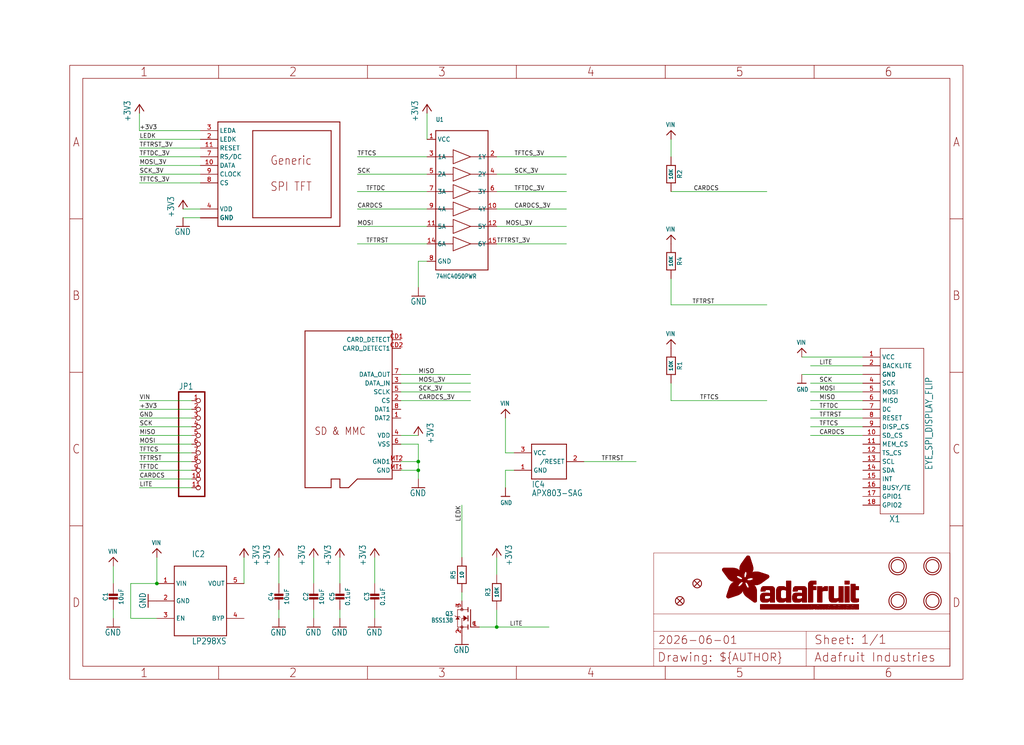
<source format=kicad_sch>
(kicad_sch (version 20230121) (generator eeschema)
  (paper "User" 298.45 217.322)
  (lib_symbols
    (symbol "working-eagle-import:+3V3" (power)
      (property "Value" "+3V3" (at -2.54 -5.08 90))
      (symbol "+3V3_1_0"
        (pin power_in line (at 0 -2.54 90) (length 2.54) (name "+3V3") (number "1"))
      )
    )
    (symbol "working-eagle-import:74HC4050DTSSOP"
      (property "Reference" "U" (at -7.62 22.86 0))
      (symbol "74HC4050DTSSOP_1_0"
        (pin bidirectional line (at -10.16 17.78 0) (length 2.54) (name "VCC") (number "1"))
        (pin bidirectional line (at 10.16 -2.54 180) (length 2.54) (name "4Y") (number "10"))
        (pin bidirectional line (at -10.16 -7.62 0) (length 2.54) (name "5A") (number "11"))
        (pin bidirectional line (at 10.16 -7.62 180) (length 2.54) (name "5Y") (number "12"))
        (pin bidirectional line (at -10.16 -12.7 0) (length 2.54) (name "6A") (number "14"))
        (pin bidirectional line (at 10.16 -12.7 180) (length 2.54) (name "6Y") (number "15"))
        (pin bidirectional line (at 10.16 12.7 180) (length 2.54) (name "1Y") (number "2"))
        (pin bidirectional line (at -10.16 12.7 0) (length 2.54) (name "1A") (number "3"))
        (pin bidirectional line (at 10.16 7.62 180) (length 2.54) (name "2Y") (number "4"))
        (pin bidirectional line (at -10.16 7.62 0) (length 2.54) (name "2A") (number "5"))
        (pin bidirectional line (at 10.16 2.54 180) (length 2.54) (name "3Y") (number "6"))
        (pin bidirectional line (at -10.16 2.54 0) (length 2.54) (name "3A") (number "7"))
        (pin bidirectional line (at -10.16 -17.78 0) (length 2.54) (name "GND") (number "8"))
        (pin bidirectional line (at -10.16 -2.54 0) (length 2.54) (name "4A") (number "9"))
      )
    )
    (symbol "working-eagle-import:AXP083-SAG"
      (property "Reference" "IC" (at -5.08 -7.62 0))
      (symbol "AXP083-SAG_1_0"
        (pin power_in line (at -10.16 -2.54 0) (length 5.08) (name "GND") (number "1"))
        (pin output line (at 10.16 0 180) (length 5.08) (name "/RESET") (number "2"))
        (pin power_in line (at -10.16 2.54 0) (length 5.08) (name "VCC") (number "3"))
      )
    )
    (symbol "working-eagle-import:CAP_CERAMIC0603_NO"
      (property "Reference" "C" (at -2.29 1.25 90))
      (symbol "CAP_CERAMIC0603_NO_1_0"
        (pin passive line (at 0 5.08 270) (length 2.54) (name "1") (number "1"))
        (pin passive line (at 0 -2.54 90) (length 2.54) (name "2") (number "2"))
      )
    )
    (symbol "working-eagle-import:CAP_CERAMIC0805-NOOUTLINE"
      (property "Reference" "C" (at -2.29 1.25 90))
      (symbol "CAP_CERAMIC0805-NOOUTLINE_1_0"
        (pin passive line (at 0 5.08 270) (length 2.54) (name "1") (number "1"))
        (pin passive line (at 0 -2.54 90) (length 2.54) (name "2") (number "2"))
      )
    )
    (symbol "working-eagle-import:DISP_LCD_GENERIC_SPI_1.47IN_172X320_12P_WRAPUNDER"
      (symbol "DISP_LCD_GENERIC_SPI_1.47IN_172X320_12P_WRAPUNDER_1_0"
        (text "Generic" (at -5.08 2.54 0) (effects (font (size 2.54 2.159)) (justify left bottom)))
        (text "SPI TFT" (at -5.08 -5.08 0) (effects (font (size 2.54 2.159)) (justify left bottom)))
        (pin power_in line (at -25.4 -12.7 0) (length 5.08) (name "GND") (number "1"))
        (pin bidirectional line (at -25.4 2.54 0) (length 5.08) (name "DATA") (number "10"))
        (pin input line (at -25.4 7.62 0) (length 5.08) (name "RESET") (number "11"))
        (pin power_in line (at -25.4 -12.7 0) (length 5.08) (name "GND") (number "12"))
        (pin input line (at -25.4 10.16 0) (length 5.08) (name "LEDK") (number "2"))
        (pin input line (at -25.4 12.7 0) (length 5.08) (name "LEDA") (number "3"))
        (pin power_in line (at -25.4 -10.16 0) (length 5.08) (name "VDD") (number "4"))
        (pin power_in line (at -25.4 -12.7 0) (length 5.08) (name "GND") (number "5"))
        (pin power_in line (at -25.4 -12.7 0) (length 5.08) (name "GND") (number "6"))
        (pin input line (at -25.4 5.08 0) (length 5.08) (name "RS/DC") (number "7"))
        (pin input line (at -25.4 -2.54 0) (length 5.08) (name "CS") (number "8"))
        (pin input line (at -25.4 0 0) (length 5.08) (name "CLOCK") (number "9"))
      )
    )
    (symbol "working-eagle-import:EYE_SPI_DISPLAY_FLIP"
      (property "Reference" "X" (at 2.54 -27.94 0))
      (symbol "EYE_SPI_DISPLAY_FLIP_1_0"
        (pin power_in line (at -5.08 20.32 0) (length 5.08) (name "VCC") (number "1"))
        (pin input line (at -5.08 -2.54 0) (length 5.08) (name "SD_CS") (number "10"))
        (pin input line (at -5.08 -5.08 0) (length 5.08) (name "MEM_CS") (number "11"))
        (pin input line (at -5.08 -7.62 0) (length 5.08) (name "TS_CS") (number "12"))
        (pin input line (at -5.08 -10.16 0) (length 5.08) (name "SCL") (number "13"))
        (pin bidirectional line (at -5.08 -12.7 0) (length 5.08) (name "SDA") (number "14"))
        (pin output line (at -5.08 -15.24 0) (length 5.08) (name "INT") (number "15"))
        (pin output line (at -5.08 -17.78 0) (length 5.08) (name "BUSY/TE") (number "16"))
        (pin passive line (at -5.08 -20.32 0) (length 5.08) (name "GPIO1") (number "17"))
        (pin passive line (at -5.08 -22.86 0) (length 5.08) (name "GPIO2") (number "18"))
        (pin input line (at -5.08 17.78 0) (length 5.08) (name "BACKLITE") (number "2"))
        (pin power_in line (at -5.08 15.24 0) (length 5.08) (name "GND") (number "3"))
        (pin input line (at -5.08 12.7 0) (length 5.08) (name "SCK") (number "4"))
        (pin input line (at -5.08 10.16 0) (length 5.08) (name "MOSI") (number "5"))
        (pin output line (at -5.08 7.62 0) (length 5.08) (name "MISO") (number "6"))
        (pin input line (at -5.08 5.08 0) (length 5.08) (name "DC") (number "7"))
        (pin input line (at -5.08 2.54 0) (length 5.08) (name "RESET") (number "8"))
        (pin input line (at -5.08 0 0) (length 5.08) (name "DISP_CS") (number "9"))
        (pin power_in line (at -5.08 15.24 0) (length 5.08) (name "GND") (number "SUPPORT1"))
        (pin power_in line (at -5.08 15.24 0) (length 5.08) (name "GND") (number "SUPPORT2"))
      )
    )
    (symbol "working-eagle-import:FIDUCIAL_1MM")
    (symbol "working-eagle-import:FRAME_A4_ADAFRUIT"
      (symbol "FRAME_A4_ADAFRUIT_1_0"
        (text "${#}/${##}" (at 230.505 10.16 0) (effects (font (size 2.54 2.54)) (justify left bottom)))
        (text "${AUTHOR}" (at 189.23 5.08 0) (effects (font (size 2.286 2.286)) (justify left bottom)))
        (text "${CURRENT_DATE}" (at 171.45 10.16 0) (effects (font (size 2.286 2.286)) (justify left bottom)))
        (text "${PROJECTNAME}" (at 171.45 15.24 0) (effects (font (size 2.54 2.54)) (justify left bottom)))
        (text "1" (at 21.6958 1.905 0) (effects (font (size 2.54 2.286))))
        (text "1" (at 21.6958 177.165 0) (effects (font (size 2.54 2.286))))
        (text "2" (at 65.0875 1.905 0) (effects (font (size 2.54 2.286))))
        (text "2" (at 65.0875 177.165 0) (effects (font (size 2.54 2.286))))
        (text "3" (at 108.4792 1.905 0) (effects (font (size 2.54 2.286))))
        (text "3" (at 108.4792 177.165 0) (effects (font (size 2.54 2.286))))
        (text "4" (at 151.8708 1.905 0) (effects (font (size 2.54 2.286))))
        (text "4" (at 151.8708 177.165 0) (effects (font (size 2.54 2.286))))
        (text "5" (at 195.2625 1.905 0) (effects (font (size 2.54 2.286))))
        (text "5" (at 195.2625 177.165 0) (effects (font (size 2.54 2.286))))
        (text "6" (at 238.6542 1.905 0) (effects (font (size 2.54 2.286))))
        (text "6" (at 238.6542 177.165 0) (effects (font (size 2.54 2.286))))
        (text "A" (at 1.905 156.6863 0) (effects (font (size 2.54 2.286))))
        (text "A" (at 258.445 156.6863 0) (effects (font (size 2.54 2.286))))
        (text "Adafruit Industries" (at 216.916 4.953 0) (effects (font (size 2.54 2.54)) (justify left bottom)))
        (text "B" (at 1.905 111.9188 0) (effects (font (size 2.54 2.286))))
        (text "B" (at 258.445 111.9188 0) (effects (font (size 2.54 2.286))))
        (text "C" (at 1.905 67.1513 0) (effects (font (size 2.54 2.286))))
        (text "C" (at 258.445 67.1513 0) (effects (font (size 2.54 2.286))))
        (text "D" (at 1.905 22.3838 0) (effects (font (size 2.54 2.286))))
        (text "D" (at 258.445 22.3838 0) (effects (font (size 2.54 2.286))))
        (text "Drawing:" (at 171.196 4.953 0) (effects (font (size 2.54 2.54)) (justify left bottom)))
        (text "Sheet:" (at 216.916 10.033 0) (effects (font (size 2.54 2.54)) (justify left bottom)))
      )
    )
    (symbol "working-eagle-import:GND" (power)
      (property "Value" "GND" (at -2.54 -2.54 0))
      (symbol "GND_1_0"
        (pin power_in line (at 0 2.54 270) (length 2.54) (name "GND") (number "1"))
      )
    )
    (symbol "working-eagle-import:HEADER-1X1176MIL"
      (property "Reference" "JP" (at -6.35 15.875 0))
      (symbol "HEADER-1X1176MIL_1_0"
        (pin passive inverted (at -2.54 12.7 0) (length 2.54) (name "1") (number "1"))
        (pin passive inverted (at -2.54 -10.16 0) (length 2.54) (name "10") (number "10"))
        (pin passive inverted (at -2.54 -12.7 0) (length 2.54) (name "11") (number "11"))
        (pin passive inverted (at -2.54 10.16 0) (length 2.54) (name "2") (number "2"))
        (pin passive inverted (at -2.54 7.62 0) (length 2.54) (name "3") (number "3"))
        (pin passive inverted (at -2.54 5.08 0) (length 2.54) (name "4") (number "4"))
        (pin passive inverted (at -2.54 2.54 0) (length 2.54) (name "5") (number "5"))
        (pin passive inverted (at -2.54 0 0) (length 2.54) (name "6") (number "6"))
        (pin passive inverted (at -2.54 -2.54 0) (length 2.54) (name "7") (number "7"))
        (pin passive inverted (at -2.54 -5.08 0) (length 2.54) (name "8") (number "8"))
        (pin passive inverted (at -2.54 -7.62 0) (length 2.54) (name "9") (number "9"))
      )
    )
    (symbol "working-eagle-import:LP298XS"
      (property "Reference" "IC" (at -12.7 -5.08 90))
      (symbol "LP298XS_1_0"
        (pin bidirectional line (at -5.08 -15.24 90) (length 5.08) (name "VIN") (number "1"))
        (pin bidirectional line (at 0 -15.24 90) (length 5.08) (name "GND") (number "2"))
        (pin bidirectional line (at 5.08 -15.24 90) (length 5.08) (name "EN") (number "3"))
        (pin bidirectional line (at 5.08 10.16 270) (length 5.08) (name "BYP") (number "4"))
        (pin bidirectional line (at -5.08 10.16 270) (length 5.08) (name "VOUT") (number "5"))
      )
    )
    (symbol "working-eagle-import:MICROSD"
      (symbol "MICROSD_1_0"
        (text "SD & MMC" (at -7.62 -10.16 0) (effects (font (size 2.1844 1.8567)) (justify left bottom)))
        (pin bidirectional line (at -17.78 -5.08 0) (length 2.54) (name "DAT2") (number "1"))
        (pin input line (at -17.78 0 0) (length 2.54) (name "CS") (number "2"))
        (pin input line (at -17.78 5.08 0) (length 2.54) (name "DATA_IN") (number "3"))
        (pin power_in line (at -17.78 -10.16 0) (length 2.54) (name "VDD") (number "4"))
        (pin input line (at -17.78 2.54 0) (length 2.54) (name "SCLK") (number "5"))
        (pin power_in line (at -17.78 -12.7 0) (length 2.54) (name "VSS") (number "6"))
        (pin output line (at -17.78 7.62 0) (length 2.54) (name "DATA_OUT") (number "7"))
        (pin bidirectional line (at -17.78 -2.54 0) (length 2.54) (name "DAT1") (number "8"))
        (pin passive line (at -17.78 17.78 0) (length 2.54) (name "CARD_DETECT") (number "CD1"))
        (pin passive line (at -17.78 15.24 0) (length 2.54) (name "CARD_DETECT1") (number "CD2"))
        (pin power_in line (at -17.78 -20.32 0) (length 2.54) (name "GND") (number "MT1"))
        (pin power_in line (at -17.78 -17.78 0) (length 2.54) (name "GND1") (number "MT2"))
      )
    )
    (symbol "working-eagle-import:MOSFET-NWIDE"
      (property "Reference" "Q" (at 5.08 0.635 0))
      (symbol "MOSFET-NWIDE_1_0"
        (text "D" (at 3.175 3.175 0) (effects (font (size 0.8128 0.6908)) (justify left bottom)))
        (text "G" (at -1.27 -1.905 0) (effects (font (size 0.8128 0.6908)) (justify left bottom)))
        (text "S" (at 3.175 -3.81 0) (effects (font (size 0.8128 0.6908)) (justify left bottom)))
        (pin bidirectional line (at -2.54 -2.54 0) (length 2.54) (name "G") (number "1"))
        (pin bidirectional line (at 2.54 -5.08 90) (length 2.54) (name "S") (number "2"))
        (pin bidirectional line (at 2.54 5.08 270) (length 2.54) (name "D") (number "3"))
      )
    )
    (symbol "working-eagle-import:MOUNTINGHOLE2.5")
    (symbol "working-eagle-import:RESISTOR_0603_NOOUT"
      (property "Reference" "R" (at 0 2.54 0))
      (symbol "RESISTOR_0603_NOOUT_1_0"
        (pin passive line (at -5.08 0 0) (length 2.54) (name "1") (number "1"))
        (pin passive line (at 5.08 0 180) (length 2.54) (name "2") (number "2"))
      )
    )
    (symbol "working-eagle-import:VIN" (power)
      (property "Value" "VIN" (at -1.524 1.016 0))
      (symbol "VIN_1_0"
        (pin power_in line (at 0 -2.54 90) (length 2.54) (name "VIN") (number "1"))
      )
    )
    (symbol "working-eagle-import:microbuilder_GND" (power)
      (property "Value" "microbuilder_GND" (at -1.524 -2.54 0))
      (symbol "microbuilder_GND_1_0"
        (pin power_in line (at 0 2.54 270) (length 2.54) (name "GND") (number "1"))
      )
    )
  )
  (junction (at 121.92 137.16))
  (junction (at 45.72 170.18))
  (junction (at 121.92 134.62))
  (junction (at 144.78 182.88))
  (wire (pts (xy 109.22 180.34) (xy 109.22 177.8)) (stroke (width 0.1524)))
  (wire (pts (xy 144.78 71.12) (xy 165.1 71.12)) (stroke (width 0.1524)))
  (wire (pts (xy 55.88 129.54) (xy 40.64 129.54)) (stroke (width 0.1524)))
  (wire (pts (xy 40.64 33.02) (xy 40.64 38.1)) (stroke (width 0.1524)))
  (wire (pts (xy 104.14 66.04) (xy 124.46 66.04)) (stroke (width 0.1524)))
  (wire (pts (xy 58.42 43.18) (xy 40.64 43.18)) (stroke (width 0.1524)))
  (wire (pts (xy 170.18 134.62) (xy 185.42 134.62)) (stroke (width 0.1524)))
  (wire (pts (xy 99.06 162.56) (xy 99.06 170.18)) (stroke (width 0.1524)))
  (wire (pts (xy 236.22 124.46) (xy 251.46 124.46)) (stroke (width 0.1524)))
  (wire (pts (xy 251.46 119.38) (xy 236.22 119.38)) (stroke (width 0.1524)))
  (wire (pts (xy 55.88 134.62) (xy 40.64 134.62)) (stroke (width 0.1524)))
  (wire (pts (xy 134.62 172.72) (xy 134.62 175.26)) (stroke (width 0.1524)))
  (wire (pts (xy 104.14 55.88) (xy 124.46 55.88)) (stroke (width 0.1524)))
  (wire (pts (xy 33.02 165.1) (xy 33.02 170.18)) (stroke (width 0.1524)))
  (wire (pts (xy 137.16 116.84) (xy 116.84 116.84)) (stroke (width 0.1524)))
  (wire (pts (xy 195.58 45.72) (xy 195.58 40.64)) (stroke (width 0.1524)))
  (wire (pts (xy 55.88 139.7) (xy 40.64 139.7)) (stroke (width 0.1524)))
  (wire (pts (xy 195.58 88.9) (xy 223.52 88.9)) (stroke (width 0.1524)))
  (wire (pts (xy 137.16 111.76) (xy 116.84 111.76)) (stroke (width 0.1524)))
  (wire (pts (xy 81.28 162.56) (xy 81.28 170.18)) (stroke (width 0.1524)))
  (wire (pts (xy 104.14 60.96) (xy 124.46 60.96)) (stroke (width 0.1524)))
  (wire (pts (xy 124.46 45.72) (xy 104.14 45.72)) (stroke (width 0.1524)))
  (wire (pts (xy 195.58 116.84) (xy 195.58 111.76)) (stroke (width 0.1524)))
  (wire (pts (xy 251.46 114.3) (xy 236.22 114.3)) (stroke (width 0.1524)))
  (wire (pts (xy 33.02 180.34) (xy 33.02 177.8)) (stroke (width 0.1524)))
  (wire (pts (xy 251.46 106.68) (xy 236.22 106.68)) (stroke (width 0.1524)))
  (wire (pts (xy 91.44 162.56) (xy 91.44 170.18)) (stroke (width 0.1524)))
  (wire (pts (xy 38.1 180.34) (xy 38.1 170.18)) (stroke (width 0.1524)))
  (wire (pts (xy 251.46 121.92) (xy 236.22 121.92)) (stroke (width 0.1524)))
  (wire (pts (xy 81.28 180.34) (xy 81.28 177.8)) (stroke (width 0.1524)))
  (wire (pts (xy 233.68 109.22) (xy 251.46 109.22)) (stroke (width 0.1524)))
  (wire (pts (xy 40.64 132.08) (xy 55.88 132.08)) (stroke (width 0.1524)))
  (wire (pts (xy 58.42 45.72) (xy 40.64 45.72)) (stroke (width 0.1524)))
  (wire (pts (xy 40.64 119.38) (xy 55.88 119.38)) (stroke (width 0.1524)))
  (wire (pts (xy 195.58 116.84) (xy 223.52 116.84)) (stroke (width 0.1524)))
  (wire (pts (xy 144.78 182.88) (xy 144.78 177.8)) (stroke (width 0.1524)))
  (wire (pts (xy 134.62 147.32) (xy 134.62 162.56)) (stroke (width 0.1524)))
  (wire (pts (xy 99.06 180.34) (xy 99.06 177.8)) (stroke (width 0.1524)))
  (wire (pts (xy 195.58 88.9) (xy 195.58 81.28)) (stroke (width 0.1524)))
  (wire (pts (xy 144.78 45.72) (xy 165.1 45.72)) (stroke (width 0.1524)))
  (wire (pts (xy 71.12 162.56) (xy 71.12 170.18)) (stroke (width 0.1524)))
  (wire (pts (xy 251.46 127) (xy 236.22 127)) (stroke (width 0.1524)))
  (wire (pts (xy 121.92 127) (xy 116.84 127)) (stroke (width 0.1524)))
  (wire (pts (xy 121.92 137.16) (xy 121.92 139.7)) (stroke (width 0.1524)))
  (wire (pts (xy 109.22 162.56) (xy 109.22 170.18)) (stroke (width 0.1524)))
  (wire (pts (xy 58.42 38.1) (xy 40.64 38.1)) (stroke (width 0.1524)))
  (wire (pts (xy 58.42 60.96) (xy 53.34 60.96)) (stroke (width 0.1524)))
  (wire (pts (xy 124.46 76.2) (xy 121.92 76.2)) (stroke (width 0.1524)))
  (wire (pts (xy 139.7 182.88) (xy 144.78 182.88)) (stroke (width 0.1524)))
  (wire (pts (xy 144.78 66.04) (xy 165.1 66.04)) (stroke (width 0.1524)))
  (wire (pts (xy 147.32 137.16) (xy 149.86 137.16)) (stroke (width 0.1524)))
  (wire (pts (xy 55.88 116.84) (xy 40.64 116.84)) (stroke (width 0.1524)))
  (wire (pts (xy 165.1 60.96) (xy 144.78 60.96)) (stroke (width 0.1524)))
  (wire (pts (xy 55.88 137.16) (xy 40.64 137.16)) (stroke (width 0.1524)))
  (wire (pts (xy 91.44 180.34) (xy 91.44 177.8)) (stroke (width 0.1524)))
  (wire (pts (xy 121.92 76.2) (xy 121.92 83.82)) (stroke (width 0.1524)))
  (wire (pts (xy 147.32 142.24) (xy 147.32 137.16)) (stroke (width 0.1524)))
  (wire (pts (xy 251.46 111.76) (xy 236.22 111.76)) (stroke (width 0.1524)))
  (wire (pts (xy 116.84 129.54) (xy 121.92 129.54)) (stroke (width 0.1524)))
  (wire (pts (xy 160.02 182.88) (xy 144.78 182.88)) (stroke (width 0.1524)))
  (wire (pts (xy 149.86 132.08) (xy 147.32 132.08)) (stroke (width 0.1524)))
  (wire (pts (xy 53.34 63.5) (xy 58.42 63.5)) (stroke (width 0.1524)))
  (wire (pts (xy 137.16 114.3) (xy 116.84 114.3)) (stroke (width 0.1524)))
  (wire (pts (xy 165.1 55.88) (xy 144.78 55.88)) (stroke (width 0.1524)))
  (wire (pts (xy 121.92 129.54) (xy 121.92 134.62)) (stroke (width 0.1524)))
  (wire (pts (xy 147.32 121.92) (xy 147.32 132.08)) (stroke (width 0.1524)))
  (wire (pts (xy 45.72 162.56) (xy 45.72 170.18)) (stroke (width 0.1524)))
  (wire (pts (xy 55.88 124.46) (xy 40.64 124.46)) (stroke (width 0.1524)))
  (wire (pts (xy 144.78 162.56) (xy 144.78 167.64)) (stroke (width 0.1524)))
  (wire (pts (xy 58.42 40.64) (xy 40.64 40.64)) (stroke (width 0.1524)))
  (wire (pts (xy 104.14 71.12) (xy 124.46 71.12)) (stroke (width 0.1524)))
  (wire (pts (xy 124.46 40.64) (xy 124.46 33.02)) (stroke (width 0.1524)))
  (wire (pts (xy 104.14 50.8) (xy 124.46 50.8)) (stroke (width 0.1524)))
  (wire (pts (xy 165.1 50.8) (xy 144.78 50.8)) (stroke (width 0.1524)))
  (wire (pts (xy 55.88 142.24) (xy 40.64 142.24)) (stroke (width 0.1524)))
  (wire (pts (xy 121.92 134.62) (xy 121.92 137.16)) (stroke (width 0.1524)))
  (wire (pts (xy 58.42 48.26) (xy 40.64 48.26)) (stroke (width 0.1524)))
  (wire (pts (xy 38.1 170.18) (xy 45.72 170.18)) (stroke (width 0.1524)))
  (wire (pts (xy 116.84 134.62) (xy 121.92 134.62)) (stroke (width 0.1524)))
  (wire (pts (xy 223.52 55.88) (xy 195.58 55.88)) (stroke (width 0.1524)))
  (wire (pts (xy 58.42 53.34) (xy 40.64 53.34)) (stroke (width 0.1524)))
  (wire (pts (xy 45.72 180.34) (xy 38.1 180.34)) (stroke (width 0.1524)))
  (wire (pts (xy 116.84 137.16) (xy 121.92 137.16)) (stroke (width 0.1524)))
  (wire (pts (xy 40.64 50.8) (xy 58.42 50.8)) (stroke (width 0.1524)))
  (wire (pts (xy 116.84 109.22) (xy 137.16 109.22)) (stroke (width 0.1524)))
  (wire (pts (xy 55.88 121.92) (xy 40.64 121.92)) (stroke (width 0.1524)))
  (wire (pts (xy 236.22 116.84) (xy 251.46 116.84)) (stroke (width 0.1524)))
  (wire (pts (xy 233.68 104.14) (xy 251.46 104.14)) (stroke (width 0.1524)))
  (wire (pts (xy 40.64 127) (xy 55.88 127)) (stroke (width 0.1524)))
  (label "TFTRST_3V" (at 144.78 71.12 0) (effects (font (size 1.2446 1.2446))))
  (label "CARDCS" (at 40.64 139.7 0) (effects (font (size 1.2446 1.2446))))
  (label "TFTDC_3V" (at 40.64 45.72 0) (effects (font (size 1.2446 1.2446))))
  (label "TFTRST" (at 40.64 134.62 0) (effects (font (size 1.2446 1.2446))))
  (label "MISO" (at 238.76 116.84 0) (effects (font (size 1.2446 1.2446))))
  (label "+3V3" (at 40.64 119.38 0) (effects (font (size 1.2446 1.2446))))
  (label "TFTDC" (at 238.76 119.38 0) (effects (font (size 1.2446 1.2446))))
  (label "SCK_3V" (at 121.92 114.3 0) (effects (font (size 1.2446 1.2446))))
  (label "LITE" (at 152.4 182.88 180) (effects (font (size 1.2446 1.2446))))
  (label "TFTCS" (at 104.14 45.72 0) (effects (font (size 1.2446 1.2446))))
  (label "SCK_3V" (at 149.86 50.8 0) (effects (font (size 1.2446 1.2446))))
  (label "MOSI_3V" (at 121.92 111.76 0) (effects (font (size 1.2446 1.2446))))
  (label "TFTDC" (at 40.64 137.16 0) (effects (font (size 1.2446 1.2446))))
  (label "CARDCS" (at 104.14 60.96 0) (effects (font (size 1.2446 1.2446))))
  (label "MOSI" (at 40.64 129.54 0) (effects (font (size 1.2446 1.2446))))
  (label "LITE" (at 238.76 106.68 0) (effects (font (size 1.2446 1.2446))))
  (label "MISO" (at 40.64 127 0) (effects (font (size 1.2446 1.2446))))
  (label "TFTCS_3V" (at 40.64 53.34 0) (effects (font (size 1.2446 1.2446))))
  (label "MOSI" (at 104.14 66.04 0) (effects (font (size 1.2446 1.2446))))
  (label "GND" (at 40.64 121.92 0) (effects (font (size 1.2446 1.2446))))
  (label "TFTRST" (at 175.26 134.62 0) (effects (font (size 1.2446 1.2446))))
  (label "CARDCS" (at 209.55 55.88 180) (effects (font (size 1.2446 1.2446))))
  (label "CARDCS_3V" (at 149.86 60.96 0) (effects (font (size 1.2446 1.2446))))
  (label "MISO" (at 121.92 109.22 0) (effects (font (size 1.2446 1.2446))))
  (label "TFTRST_3V" (at 40.64 43.18 0) (effects (font (size 1.2446 1.2446))))
  (label "TFTDC" (at 106.68 55.88 0) (effects (font (size 1.2446 1.2446))))
  (label "TFTCS" (at 40.64 132.08 0) (effects (font (size 1.2446 1.2446))))
  (label "SCK" (at 238.76 111.76 0) (effects (font (size 1.2446 1.2446))))
  (label "MOSI" (at 238.76 114.3 0) (effects (font (size 1.2446 1.2446))))
  (label "LEDK" (at 40.64 40.64 0) (effects (font (size 1.2446 1.2446))))
  (label "LITE" (at 40.64 142.24 0) (effects (font (size 1.2446 1.2446))))
  (label "SCK_3V" (at 40.64 50.8 0) (effects (font (size 1.2446 1.2446))))
  (label "LEDK" (at 134.62 147.32 270) (effects (font (size 1.2446 1.2446))))
  (label "CARDCS" (at 238.76 127 0) (effects (font (size 1.2446 1.2446))))
  (label "TFTCS_3V" (at 149.86 45.72 0) (effects (font (size 1.2446 1.2446))))
  (label "TFTRST" (at 106.68 71.12 0) (effects (font (size 1.2446 1.2446))))
  (label "SCK" (at 104.14 50.8 0) (effects (font (size 1.2446 1.2446))))
  (label "TFTRST" (at 208.28 88.9 180) (effects (font (size 1.2446 1.2446))))
  (label "CARDCS_3V" (at 121.92 116.84 0) (effects (font (size 1.2446 1.2446))))
  (label "TFTCS" (at 209.55 116.84 180) (effects (font (size 1.2446 1.2446))))
  (label "TFTDC_3V" (at 149.86 55.88 0) (effects (font (size 1.2446 1.2446))))
  (label "TFTCS" (at 238.76 124.46 0) (effects (font (size 1.2446 1.2446))))
  (label "VIN" (at 40.64 116.84 0) (effects (font (size 1.2446 1.2446))))
  (label "TFTRST" (at 238.76 121.92 0) (effects (font (size 1.2446 1.2446))))
  (label "MOSI_3V" (at 40.64 48.26 0) (effects (font (size 1.2446 1.2446))))
  (label "+3V3" (at 40.64 38.1 0) (effects (font (size 1.2446 1.2446))))
  (label "SCK" (at 40.64 124.46 0) (effects (font (size 1.2446 1.2446))))
  (label "MOSI_3V" (at 147.32 66.04 0) (effects (font (size 1.2446 1.2446))))
  (symbol (lib_id "working-eagle-import:RESISTOR_0603_NOOUT") (at 195.58 76.2 270) (mirror x) (unit 1)
    (property "Reference" "R4" (at 198.12 76.2 0))
    (property "Value" "10K" (at 195.58 76.2 0) (effects (font (size 1.016 1.016) bold)))
    (property "Footprint" "working:0603-NO" (effects hide))
  )
  (symbol (lib_id "working-eagle-import:MOUNTINGHOLE2.5") (at 271.78 165.1 0) (unit 1)
    (property "Reference" "U$8" (effects hide))
    (property "Value" "MOUNTINGHOLE2.5" (effects hide))
    (property "Footprint" "working:MOUNTINGHOLE_2.5_PLATED" (effects hide))
  )
  (symbol (lib_id "working-eagle-import:VIN") (at 195.58 99.06 0) (unit 1)
    (property "Reference" "#U$16" (effects hide))
    (property "Value" "VIN" (at 194.056 98.044 0) (effects (font (size 1.27 1.0795)) (justify left bottom)))
  )
  (symbol (lib_id "working-eagle-import:VIN") (at 33.02 162.56 0) (unit 1)
    (property "Reference" "#U$13" (effects hide))
    (property "Value" "VIN" (at 31.496 161.544 0) (effects (font (size 1.27 1.0795)) (justify left bottom)))
  )
  (symbol (lib_id "working-eagle-import:VIN") (at 45.72 160.02 0) (unit 1)
    (property "Reference" "#U$12" (effects hide))
    (property "Value" "VIN" (at 44.196 159.004 0) (effects (font (size 1.27 1.0795)) (justify left bottom)))
  )
  (symbol (lib_id "working-eagle-import:+3V3") (at 144.78 160.02 0) (mirror y) (unit 1)
    (property "Reference" "#+3V9" (effects hide))
    (property "Value" "+3V3" (at 147.32 165.1 90) (effects (font (size 1.778 1.5113)) (justify left bottom)))
  )
  (symbol (lib_id "working-eagle-import:VIN") (at 195.58 68.58 0) (unit 1)
    (property "Reference" "#U$15" (effects hide))
    (property "Value" "VIN" (at 194.056 67.564 0) (effects (font (size 1.27 1.0795)) (justify left bottom)))
  )
  (symbol (lib_id "working-eagle-import:HEADER-1X1176MIL") (at 58.42 129.54 0) (unit 1)
    (property "Reference" "JP1" (at 52.07 113.665 0) (effects (font (size 1.778 1.5113)) (justify left bottom)))
    (property "Value" "HEADER-1X1176MIL" (effects hide))
    (property "Footprint" "working:1X11_ROUND_76" (effects hide))
  )
  (symbol (lib_id "working-eagle-import:+3V3") (at 124.46 30.48 0) (unit 1)
    (property "Reference" "#+3V12" (effects hide))
    (property "Value" "+3V3" (at 121.92 35.56 90) (effects (font (size 1.778 1.5113)) (justify left bottom)))
  )
  (symbol (lib_id "working-eagle-import:MOUNTINGHOLE2.5") (at 261.62 165.1 0) (unit 1)
    (property "Reference" "U$10" (effects hide))
    (property "Value" "MOUNTINGHOLE2.5" (effects hide))
    (property "Footprint" "working:MOUNTINGHOLE_2.5_PLATED" (effects hide))
  )
  (symbol (lib_id "working-eagle-import:FIDUCIAL_1MM") (at 198.12 175.26 0) (unit 1)
    (property "Reference" "U$4" (effects hide))
    (property "Value" "FIDUCIAL_1MM" (effects hide))
    (property "Footprint" "working:FIDUCIAL_1MM" (effects hide))
  )
  (symbol (lib_id "working-eagle-import:FIDUCIAL_1MM") (at 203.2 170.18 0) (unit 1)
    (property "Reference" "U$5" (effects hide))
    (property "Value" "FIDUCIAL_1MM" (effects hide))
    (property "Footprint" "working:FIDUCIAL_1MM" (effects hide))
  )
  (symbol (lib_id "working-eagle-import:CAP_CERAMIC0603_NO") (at 99.06 175.26 0) (unit 1)
    (property "Reference" "C5" (at 96.77 174.01 90))
    (property "Value" "0.1uF" (at 101.36 174.01 90))
    (property "Footprint" "working:0603-NO" (effects hide))
  )
  (symbol (lib_id "working-eagle-import:DISP_LCD_GENERIC_SPI_1.47IN_172X320_12P_WRAPUNDER") (at 83.82 50.8 0) (unit 1)
    (property "Reference" "DISP1" (effects hide))
    (property "Value" "DISP_LCD_GENERIC_SPI_1.47IN_172X320_12P_WRAPUNDER" (effects hide))
    (property "Footprint" "working:TFT_1.47IN_172X320_12P" (effects hide))
  )
  (symbol (lib_id "working-eagle-import:MOUNTINGHOLE2.5") (at 271.78 175.26 0) (unit 1)
    (property "Reference" "U$9" (effects hide))
    (property "Value" "MOUNTINGHOLE2.5" (effects hide))
    (property "Footprint" "working:MOUNTINGHOLE_2.5_PLATED" (effects hide))
  )
  (symbol (lib_id "working-eagle-import:GND") (at 134.62 187.96 0) (unit 1)
    (property "Reference" "#GND5" (effects hide))
    (property "Value" "GND" (at 132.08 190.5 0) (effects (font (size 1.778 1.5113)) (justify left bottom)))
  )
  (symbol (lib_id "working-eagle-import:MICROSD") (at 99.06 116.84 0) (mirror y) (unit 1)
    (property "Reference" "Q2" (effects hide))
    (property "Value" "MICROSD" (effects hide))
    (property "Footprint" "working:MICROSD" (effects hide))
  )
  (symbol (lib_id "working-eagle-import:MOUNTINGHOLE2.5") (at 261.62 175.26 0) (unit 1)
    (property "Reference" "U$7" (effects hide))
    (property "Value" "MOUNTINGHOLE2.5" (effects hide))
    (property "Footprint" "working:MOUNTINGHOLE_2.5_PLATED" (effects hide))
  )
  (symbol (lib_id "working-eagle-import:GND") (at 109.22 182.88 0) (unit 1)
    (property "Reference" "#GND4" (effects hide))
    (property "Value" "GND" (at 106.68 185.42 0) (effects (font (size 1.778 1.5113)) (justify left bottom)))
  )
  (symbol (lib_id "working-eagle-import:GND") (at 91.44 182.88 0) (unit 1)
    (property "Reference" "#GND11" (effects hide))
    (property "Value" "GND" (at 88.9 185.42 0) (effects (font (size 1.778 1.5113)) (justify left bottom)))
  )
  (symbol (lib_id "working-eagle-import:RESISTOR_0603_NOOUT") (at 195.58 106.68 270) (mirror x) (unit 1)
    (property "Reference" "R1" (at 198.12 106.68 0))
    (property "Value" "10K" (at 195.58 106.68 0) (effects (font (size 1.016 1.016) bold)))
    (property "Footprint" "working:0603-NO" (effects hide))
  )
  (symbol (lib_id "working-eagle-import:FRAME_A4_ADAFRUIT") (at 20.32 198.12 0) (unit 1)
    (property "Reference" "#U$6" (effects hide))
    (property "Value" "FRAME_A4_ADAFRUIT" (effects hide))
  )
  (symbol (lib_id "working-eagle-import:+3V3") (at 109.22 160.02 0) (unit 1)
    (property "Reference" "#+3V10" (effects hide))
    (property "Value" "+3V3" (at 106.68 165.1 90) (effects (font (size 1.778 1.5113)) (justify left bottom)))
  )
  (symbol (lib_id "working-eagle-import:+3V3") (at 99.06 160.02 0) (unit 1)
    (property "Reference" "#+3V11" (effects hide))
    (property "Value" "+3V3" (at 96.52 165.1 90) (effects (font (size 1.778 1.5113)) (justify left bottom)))
  )
  (symbol (lib_id "working-eagle-import:VIN") (at 195.58 38.1 0) (unit 1)
    (property "Reference" "#U$14" (effects hide))
    (property "Value" "VIN" (at 194.056 37.084 0) (effects (font (size 1.27 1.0795)) (justify left bottom)))
  )
  (symbol (lib_id "working-eagle-import:RESISTOR_0603_NOOUT") (at 134.62 167.64 90) (unit 1)
    (property "Reference" "R5" (at 132.08 167.64 0))
    (property "Value" "10" (at 134.62 167.64 0) (effects (font (size 1.016 1.016) bold)))
    (property "Footprint" "working:0603-NO" (effects hide))
  )
  (symbol (lib_id "working-eagle-import:GND") (at 43.18 175.26 270) (unit 1)
    (property "Reference" "#GND9" (effects hide))
    (property "Value" "GND" (at 40.64 172.72 0) (effects (font (size 1.778 1.5113)) (justify left bottom)))
  )
  (symbol (lib_id "working-eagle-import:GND") (at 53.34 66.04 0) (unit 1)
    (property "Reference" "#GND8" (effects hide))
    (property "Value" "GND" (at 50.8 68.58 0) (effects (font (size 1.778 1.5113)) (justify left bottom)))
  )
  (symbol (lib_id "working-eagle-import:AXP083-SAG") (at 160.02 134.62 0) (unit 1)
    (property "Reference" "IC4" (at 154.94 142.24 0) (effects (font (size 1.778 1.5113)) (justify left bottom)))
    (property "Value" "APX803-SAG" (at 154.94 144.78 0) (effects (font (size 1.778 1.5113)) (justify left bottom)))
    (property "Footprint" "working:SOT23" (effects hide))
  )
  (symbol (lib_id "working-eagle-import:+3V3") (at 40.64 30.48 0) (unit 1)
    (property "Reference" "#+3V13" (effects hide))
    (property "Value" "+3V3" (at 38.1 35.56 90) (effects (font (size 1.778 1.5113)) (justify left bottom)))
  )
  (symbol (lib_id "working-eagle-import:CAP_CERAMIC0805-NOOUTLINE") (at 33.02 175.26 0) (unit 1)
    (property "Reference" "C1" (at 30.73 174.01 90))
    (property "Value" "10uF" (at 35.32 174.01 90))
    (property "Footprint" "working:0805-NO" (effects hide))
  )
  (symbol (lib_id "working-eagle-import:74HC4050DTSSOP") (at 134.62 58.42 0) (unit 1)
    (property "Reference" "U1" (at 127 35.56 0) (effects (font (size 1.27 1.0795)) (justify left bottom)))
    (property "Value" "74HC4050PWR" (at 127 81.28 0) (effects (font (size 1.27 1.0795)) (justify left bottom)))
    (property "Footprint" "working:TSSOP16" (effects hide))
  )
  (symbol (lib_id "working-eagle-import:GND") (at 33.02 182.88 0) (unit 1)
    (property "Reference" "#GND12" (effects hide))
    (property "Value" "GND" (at 30.48 185.42 0) (effects (font (size 1.778 1.5113)) (justify left bottom)))
  )
  (symbol (lib_id "working-eagle-import:+3V3") (at 71.12 160.02 0) (mirror y) (unit 1)
    (property "Reference" "#+3V2" (effects hide))
    (property "Value" "+3V3" (at 73.66 165.1 90) (effects (font (size 1.778 1.5113)) (justify left bottom)))
  )
  (symbol (lib_id "working-eagle-import:VIN") (at 147.32 119.38 0) (unit 1)
    (property "Reference" "#U$17" (effects hide))
    (property "Value" "VIN" (at 145.796 118.364 0) (effects (font (size 1.27 1.0795)) (justify left bottom)))
  )
  (symbol (lib_id "working-eagle-import:LP298XS") (at 60.96 175.26 270) (unit 1)
    (property "Reference" "IC2" (at 55.88 162.56 90) (effects (font (size 1.778 1.5113)) (justify left bottom)))
    (property "Value" "LP298XS" (at 55.88 187.96 90) (effects (font (size 1.778 1.5113)) (justify left bottom)))
    (property "Footprint" "working:SOT23-5L" (effects hide))
  )
  (symbol (lib_id "working-eagle-import:+3V3") (at 121.92 124.46 0) (mirror y) (unit 1)
    (property "Reference" "#+3V4" (effects hide))
    (property "Value" "+3V3" (at 124.46 129.54 90) (effects (font (size 1.778 1.5113)) (justify left bottom)))
  )
  (symbol (lib_id "working-eagle-import:VIN") (at 233.68 101.6 0) (unit 1)
    (property "Reference" "#U$3" (effects hide))
    (property "Value" "VIN" (at 232.156 100.584 0) (effects (font (size 1.27 1.0795)) (justify left bottom)))
  )
  (symbol (lib_id "working-eagle-import:GND") (at 81.28 182.88 0) (unit 1)
    (property "Reference" "#GND13" (effects hide))
    (property "Value" "GND" (at 78.74 185.42 0) (effects (font (size 1.778 1.5113)) (justify left bottom)))
  )
  (symbol (lib_id "working-eagle-import:GND") (at 99.06 182.88 0) (unit 1)
    (property "Reference" "#GND6" (effects hide))
    (property "Value" "GND" (at 96.52 185.42 0) (effects (font (size 1.778 1.5113)) (justify left bottom)))
  )
  (symbol (lib_id "working-eagle-import:RESISTOR_0603_NOOUT") (at 144.78 172.72 90) (unit 1)
    (property "Reference" "R3" (at 142.24 172.72 0))
    (property "Value" "10K" (at 144.78 172.72 0) (effects (font (size 1.016 1.016) bold)))
    (property "Footprint" "working:0603-NO" (effects hide))
  )
  (symbol (lib_id "working-eagle-import:+3V3") (at 91.44 160.02 0) (unit 1)
    (property "Reference" "#+3V6" (effects hide))
    (property "Value" "+3V3" (at 88.9 165.1 90) (effects (font (size 1.778 1.5113)) (justify left bottom)))
  )
  (symbol (lib_id "working-eagle-import:+3V3") (at 53.34 58.42 0) (unit 1)
    (property "Reference" "#+3V7" (effects hide))
    (property "Value" "+3V3" (at 50.8 63.5 90) (effects (font (size 1.778 1.5113)) (justify left bottom)))
  )
  (symbol (lib_id "working-eagle-import:GND") (at 121.92 142.24 0) (unit 1)
    (property "Reference" "#GND1" (effects hide))
    (property "Value" "GND" (at 119.38 144.78 0) (effects (font (size 1.778 1.5113)) (justify left bottom)))
  )
  (symbol (lib_id "working-eagle-import:CAP_CERAMIC0805-NOOUTLINE") (at 81.28 175.26 0) (unit 1)
    (property "Reference" "C4" (at 78.99 174.01 90))
    (property "Value" "10uF" (at 83.58 174.01 90))
    (property "Footprint" "working:0805-NO" (effects hide))
  )
  (symbol (lib_id "working-eagle-import:RESISTOR_0603_NOOUT") (at 195.58 50.8 270) (mirror x) (unit 1)
    (property "Reference" "R2" (at 198.12 50.8 0))
    (property "Value" "10K" (at 195.58 50.8 0) (effects (font (size 1.016 1.016) bold)))
    (property "Footprint" "working:0603-NO" (effects hide))
  )
  (symbol (lib_id "working-eagle-import:microbuilder_GND") (at 233.68 111.76 0) (unit 1)
    (property "Reference" "#U$18" (effects hide))
    (property "Value" "GND" (at 232.156 114.3 0) (effects (font (size 1.27 1.0795)) (justify left bottom)))
  )
  (symbol (lib_id "working-eagle-import:CAP_CERAMIC0805-NOOUTLINE") (at 91.44 175.26 0) (unit 1)
    (property "Reference" "C2" (at 89.15 174.01 90))
    (property "Value" "10uF" (at 93.74 174.01 90))
    (property "Footprint" "working:0805-NO" (effects hide))
  )
  (symbol (lib_id "working-eagle-import:GND") (at 121.92 86.36 0) (mirror y) (unit 1)
    (property "Reference" "#GND7" (effects hide))
    (property "Value" "GND" (at 124.46 88.9 0) (effects (font (size 1.778 1.5113)) (justify left bottom)))
  )
  (symbol (lib_id "working-eagle-import:MOSFET-NWIDE") (at 137.16 180.34 0) (mirror y) (unit 1)
    (property "Reference" "Q3" (at 132.08 179.705 0) (effects (font (size 1.27 1.0795)) (justify left bottom)))
    (property "Value" "BSS138" (at 132.08 181.61 0) (effects (font (size 1.27 1.0795)) (justify left bottom)))
    (property "Footprint" "working:SOT23-WIDE" (effects hide))
  )
  (symbol (lib_id "working-eagle-import:CAP_CERAMIC0603_NO") (at 109.22 175.26 0) (unit 1)
    (property "Reference" "C3" (at 106.93 174.01 90))
    (property "Value" "0.1uF" (at 111.52 174.01 90))
    (property "Footprint" "working:0603-NO" (effects hide))
  )
  (symbol (lib_id "working-eagle-import:EYE_SPI_DISPLAY_FLIP") (at 256.54 124.46 0) (unit 1)
    (property "Reference" "X1" (at 259.08 152.4 0) (effects (font (size 1.9304 1.6408)) (justify left bottom)))
    (property "Value" "EYE_SPI_DISPLAY_FLIP" (at 271.78 137.16 90) (effects (font (size 1.9304 1.6408)) (justify left bottom)))
    (property "Footprint" "working:EYE_SPI_DISPLAY_BOTCONTACT" (effects hide))
  )
  (symbol (lib_id "working-eagle-import:microbuilder_GND") (at 147.32 144.78 0) (unit 1)
    (property "Reference" "#U$11" (effects hide))
    (property "Value" "GND" (at 145.796 147.32 0) (effects (font (size 1.27 1.0795)) (justify left bottom)))
  )
  (symbol (lib_id "working-eagle-import:+3V3") (at 81.28 160.02 0) (unit 1)
    (property "Reference" "#+3V8" (effects hide))
    (property "Value" "+3V3" (at 78.74 165.1 90) (effects (font (size 1.778 1.5113)) (justify left bottom)))
  )
)
</source>
